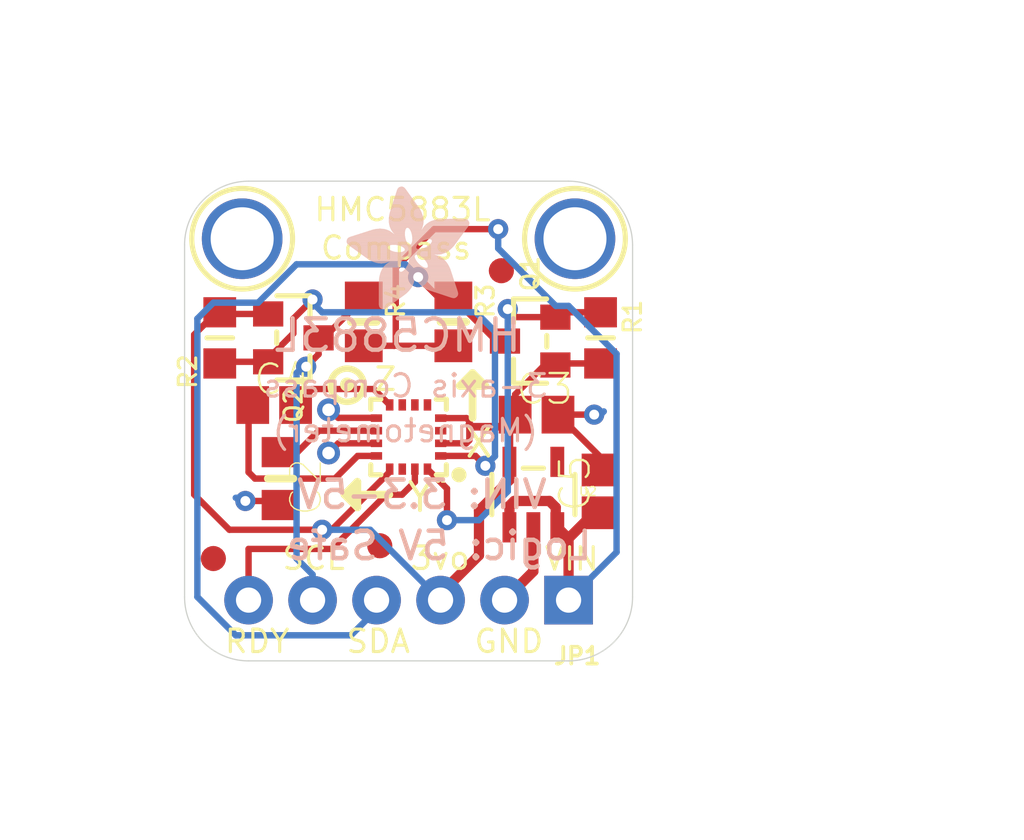
<source format=kicad_pcb>
(kicad_pcb (version 20211014) (generator pcbnew)
  (layers (0 "F.Cu" signal) (31 "B.Cu" signal) (34 "B.Paste" user) (35 "F.Paste" user) (36 "B.SilkS" user "B.Silkscreen") (37 "F.SilkS" user "F.Silkscreen") (38 "B.Mask" user) (39 "F.Mask" user) (44 "Edge.Cuts" user))
  (net 0 "")
  (net 1 "N$1")
  (net 2 "N$2")
  (net 3 "N$3")
  (net 4 "GND")
  (net 5 "DRDY")
  (net 6 "SDA_3.3V")
  (net 7 "SCL_3.3V")
  (net 8 "3.3V")
  (net 9 "SDA_5.0V")
  (net 10 "SCL_5.0V")
  (net 11 "VIN")
  (footprint "boardEagle:0805_10MGAP" (layer "F.Cu") (at 143.4211 107.2896 -90)
    (fp_text reference "C2" (at -0.889 -1.016 90) (layer "F.SilkS") (effects (font (size 1.21668 1.21668) (thickness 0.05332)) (justify right)))
    (fp_text value "4.7uF")
    (pad "1" smd rect (at -1.05 0 270) (size 1.2 1.5) (layers "F.Cu" "F.Paste" "F.Mask") (net 3 "N$3"))
    (pad "2" smd rect (at 1.05 0 270) (size 1.2 1.5) (layers "F.Cu" "F.Paste" "F.Mask") (net 4 "GND"))
  )
  (footprint "boardEagle:FIDUCIAL_1MM" (layer "F.Cu") (at 140.7541 110.4646)
    (fp_text reference "U$10" hide)
    (fp_text value "FIDUCIAL" hide)
    (pad "1" smd roundrect (at 0 0) (size 1 1) (layers "F.Cu") (roundrect_rratio 0.5))
  )
  (footprint "boardEagle:MOUNTINGHOLE_2.5_PLATED" (layer "F.Cu") (at 155.1051 97.7646)
    (fp_text reference "U$9" hide)
    (fp_text value "MOUNTINGHOLE2.5" hide)
    (pad "P$1" thru_hole circle (at 0 0) (size 3.2 3.2) (drill 2.5) (layers *.Cu *.Mask))
  )
  (footprint "boardEagle:SOT23-5" (layer "F.Cu") (at 153.4541 107.9246)
    (fp_text reference "U2" (at 1.778 -0.127) (layer "F.SilkS") (effects (font (size 0.35308 0.35308) (thickness 0.05332)) (justify left)))
    (fp_text value "MIC5225-3.3V")
    (pad "1" smd rect (at -0.95 1.3001) (size 0.55 1.2) (layers "F.Cu" "F.Paste" "F.Mask") (net 11 "VIN"))
    (pad "2" smd rect (at 0 1.3001) (size 0.55 1.2) (layers "F.Cu" "F.Paste" "F.Mask") (net 4 "GND"))
    (pad "3" smd rect (at 0.95 1.3001) (size 0.55 1.2) (layers "F.Cu" "F.Paste" "F.Mask") (net 11 "VIN"))
    (pad "4" smd rect (at 0.95 -1.3001) (size 0.55 1.2) (layers "F.Cu" "F.Paste" "F.Mask"))
    (pad "5" smd rect (at -0.95 -1.3001) (size 0.55 1.2) (layers "F.Cu" "F.Paste" "F.Mask") (net 8 "3.3V"))
  )
  (footprint "boardEagle:SOT23-WIDE" (layer "F.Cu") (at 153.3271 101.8286 90)
    (fp_text reference "Q1" (at 1.905 0 90) (layer "F.SilkS") (effects (font (size 0.692831 0.692831) (thickness 0.119969)) (justify left)))
    (fp_text value "BSS138")
    (pad "1" smd rect (at -0.95 1 90) (size 1 1.2) (layers "F.Cu" "F.Paste" "F.Mask") (net 8 "3.3V"))
    (pad "2" smd rect (at 0.95 1 90) (size 1 1.2) (layers "F.Cu" "F.Paste" "F.Mask") (net 6 "SDA_3.3V"))
    (pad "3" smd rect (at 0 -1 90) (size 1 1.2) (layers "F.Cu" "F.Paste" "F.Mask") (net 9 "SDA_5.0V"))
  )
  (footprint "boardEagle:1X06_ROUND_76" (layer "F.Cu") (at 148.5011 112.1156 180)
    (fp_text reference "JP1" (at -7.6962 -1.8288 180) (layer "F.SilkS") (effects (font (size 0.666496 0.666496) (thickness 0.146304)) (justify right top)))
    (fp_text value "")
    (pad "1" thru_hole rect (at -6.35 0 270) (size 1.9304 1.9304) (drill 1) (layers *.Cu *.Mask) (net 11 "VIN"))
    (pad "2" thru_hole circle (at -3.81 0 270) (size 1.9304 1.9304) (drill 1) (layers *.Cu *.Mask) (net 4 "GND"))
    (pad "3" thru_hole circle (at -1.27 0 270) (size 1.9304 1.9304) (drill 1) (layers *.Cu *.Mask) (net 8 "3.3V"))
    (pad "4" thru_hole circle (at 1.27 0 270) (size 1.9304 1.9304) (drill 1) (layers *.Cu *.Mask) (net 9 "SDA_5.0V"))
    (pad "5" thru_hole circle (at 3.81 0 270) (size 1.9304 1.9304) (drill 1) (layers *.Cu *.Mask) (net 10 "SCL_5.0V"))
    (pad "6" thru_hole circle (at 6.35 0 270) (size 1.9304 1.9304) (drill 1) (layers *.Cu *.Mask) (net 5 "DRDY"))
  )
  (footprint "boardEagle:C0805" (layer "F.Cu") (at 153.5811 104.7496)
    (fp_text reference "C3" (at -0.889 -1.016) (layer "F.SilkS") (effects (font (size 1.176528 1.176528) (thickness 0.093472)) (justify left)))
    (fp_text value "10uF")
    (pad "1" smd rect (at -0.85 0) (size 1.3 1.5) (layers "F.Cu" "F.Paste" "F.Mask") (net 8 "3.3V"))
    (pad "2" smd rect (at 0.85 0) (size 1.3 1.5) (layers "F.Cu" "F.Paste" "F.Mask") (net 4 "GND"))
  )
  (footprint "boardEagle:SOT23-WIDE" (layer "F.Cu") (at 143.9291 101.7016 -90)
    (fp_text reference "Q2" (at 1.905 0 90) (layer "F.SilkS") (effects (font (size 0.692831 0.692831) (thickness 0.119969)) (justify right)))
    (fp_text value "BSS138")
    (pad "1" smd rect (at -0.95 1 270) (size 1 1.2) (layers "F.Cu" "F.Paste" "F.Mask") (net 8 "3.3V"))
    (pad "2" smd rect (at 0.95 1 270) (size 1 1.2) (layers "F.Cu" "F.Paste" "F.Mask") (net 7 "SCL_3.3V"))
    (pad "3" smd rect (at 0 -1 270) (size 1 1.2) (layers "F.Cu" "F.Paste" "F.Mask") (net 10 "SCL_5.0V"))
  )
  (footprint "boardEagle:FIDUCIAL_1MM" (layer "F.Cu") (at 147.3581 109.9566)
    (fp_text reference "U$12" hide)
    (fp_text value "FIDUCIAL" hide)
    (pad "1" smd roundrect (at 0 0) (size 1 1) (layers "F.Cu") (roundrect_rratio 0.5))
  )
  (footprint "boardEagle:FIDUCIAL_1MM" (layer "F.Cu") (at 152.1841 99.0346)
    (fp_text reference "U$11" hide)
    (fp_text value "FIDUCIAL" hide)
    (pad "1" smd roundrect (at 0 0) (size 1 1) (layers "F.Cu") (roundrect_rratio 0.5))
  )
  (footprint "boardEagle:HMC5883L" (layer "F.Cu") (at 148.5011 105.6386 180)
    (fp_text reference "U1" (at -1.5 -1.7) (layer "F.SilkS") (effects (font (size 0.20068 0.20068) (thickness 0.05332)) (justify right)))
    (fp_text value "HMC5883L-T")
    (pad "1" smd rect (at -1.275 -0.75 180) (size 0.45 0.3) (layers "F.Cu" "F.Paste") (net 7 "SCL_3.3V"))
    (pad "2" smd rect (at -1.275 -0.25 180) (size 0.45 0.3) (layers "F.Cu" "F.Paste") (net 8 "3.3V"))
    (pad "3" smd rect (at -1.275 0.25 180) (size 0.45 0.3) (layers "F.Cu" "F.Paste"))
    (pad "4" smd rect (at -1.275 0.75 180) (size 0.45 0.3) (layers "F.Cu" "F.Paste") (net 8 "3.3V"))
    (pad "5" smd rect (at -0.75 1.275 270) (size 0.45 0.3) (layers "F.Cu" "F.Paste"))
    (pad "6" smd rect (at -0.25 1.275 270) (size 0.45 0.3) (layers "F.Cu" "F.Paste"))
    (pad "7" smd rect (at 0.25 1.275 270) (size 0.45 0.3) (layers "F.Cu" "F.Paste"))
    (pad "8" smd rect (at 0.75 1.275 270) (size 0.45 0.3) (layers "F.Cu" "F.Paste") (net 2 "N$2"))
    (pad "9" smd rect (at 1.275 0.75) (size 0.45 0.3) (layers "F.Cu" "F.Paste") (net 4 "GND"))
    (pad "10" smd rect (at 1.275 0.25) (size 0.45 0.3) (layers "F.Cu" "F.Paste") (net 3 "N$3"))
    (pad "11" smd rect (at 1.275 -0.25) (size 0.45 0.3) (layers "F.Cu" "F.Paste") (net 4 "GND"))
    (pad "12" smd rect (at 1.275 -0.75) (size 0.45 0.3) (layers "F.Cu" "F.Paste") (net 1 "N$1"))
    (pad "13" smd rect (at 0.75 -1.275 90) (size 0.45 0.3) (layers "F.Cu" "F.Paste") (net 8 "3.3V"))
    (pad "14" smd rect (at 0.25 -1.275 90) (size 0.45 0.3) (layers "F.Cu" "F.Paste"))
    (pad "15" smd rect (at -0.25 -1.275 90) (size 0.45 0.3) (layers "F.Cu" "F.Paste") (net 5 "DRDY"))
    (pad "16" smd rect (at -0.75 -1.275 90) (size 0.45 0.3) (layers "F.Cu" "F.Paste") (net 6 "SDA_3.3V"))
  )
  (footprint "boardEagle:_0805MP" (layer "F.Cu") (at 156.1211 101.7016 -90)
    (fp_text reference "R1" (at -1.5875 -1.27 90) (layer "F.SilkS") (effects (font (size 0.692831 0.692831) (thickness 0.119969)) (justify right)))
    (fp_text value "10K")
    (pad "1" smd rect (at -1.016 0 270) (size 1.2 1.3) (layers "F.Cu" "F.Paste" "F.Mask") (net 6 "SDA_3.3V"))
    (pad "2" smd rect (at 1.016 0 270) (size 1.2 1.3) (layers "F.Cu" "F.Paste" "F.Mask") (net 8 "3.3V"))
  )
  (footprint "boardEagle:C0805" (layer "F.Cu") (at 156.1211 107.7976 90)
    (fp_text reference "C5" (at -0.889 -1.016 90) (layer "F.SilkS") (effects (font (size 1.176528 1.176528) (thickness 0.093472)) (justify left)))
    (fp_text value "10uF")
    (pad "1" smd rect (at -0.85 0 90) (size 1.3 1.5) (layers "F.Cu" "F.Paste" "F.Mask") (net 11 "VIN"))
    (pad "2" smd rect (at 0.85 0 90) (size 1.3 1.5) (layers "F.Cu" "F.Paste" "F.Mask") (net 4 "GND"))
  )
  (footprint "boardEagle:C0805" (layer "F.Cu") (at 143.1671 104.3686)
    (fp_text reference "C4" (at -0.889 -1.016) (layer "F.SilkS") (effects (font (size 1.176528 1.176528) (thickness 0.093472)) (justify left)))
    (fp_text value "0.22uF")
    (pad "1" smd rect (at -0.85 0) (size 1.3 1.5) (layers "F.Cu" "F.Paste" "F.Mask") (net 1 "N$1"))
    (pad "2" smd rect (at 0.85 0) (size 1.3 1.5) (layers "F.Cu" "F.Paste" "F.Mask") (net 2 "N$2"))
  )
  (footprint "boardEagle:0805-NO" (layer "F.Cu") (at 150.2791 101.0666 -90)
    (fp_text reference "R3" (at -1.5875 -1.27 90) (layer "F.SilkS") (effects (font (size 0.692831 0.692831) (thickness 0.119969)) (justify right)))
    (fp_text value "10K")
    (pad "1" smd rect (at -0.95 0 270) (size 1.3 1.5) (layers "F.Cu" "F.Paste" "F.Mask") (net 9 "SDA_5.0V"))
    (pad "2" smd rect (at 0.95 0 270) (size 1.3 1.5) (layers "F.Cu" "F.Paste" "F.Mask") (net 11 "VIN"))
  )
  (footprint "boardEagle:0805-NO" (layer "F.Cu") (at 146.7231 101.0666 -90)
    (fp_text reference "R4" (at -1.5875 -1.27 90) (layer "F.SilkS") (effects (font (size 0.692831 0.692831) (thickness 0.119969)) (justify right)))
    (fp_text value "10K")
    (pad "1" smd rect (at -0.95 0 270) (size 1.3 1.5) (layers "F.Cu" "F.Paste" "F.Mask") (net 10 "SCL_5.0V"))
    (pad "2" smd rect (at 0.95 0 270) (size 1.3 1.5) (layers "F.Cu" "F.Paste" "F.Mask") (net 11 "VIN"))
  )
  (footprint "boardEagle:MOUNTINGHOLE_2.5_PLATED" (layer "F.Cu") (at 141.8971 97.7646)
    (fp_text reference "U$8" hide)
    (fp_text value "MOUNTINGHOLE2.5" hide)
    (pad "P$1" thru_hole circle (at 0 0) (size 3.2 3.2) (drill 2.5) (layers *.Cu *.Mask))
  )
  (footprint "boardEagle:_0805MP" (layer "F.Cu") (at 141.0081 101.7016 90)
    (fp_text reference "R2" (at -2.0955 -1.27 90) (layer "F.SilkS") (effects (font (size 0.692831 0.692831) (thickness 0.119969)) (justify left)))
    (fp_text value "10K")
    (pad "1" smd rect (at -1.016 0 90) (size 1.2 1.3) (layers "F.Cu" "F.Paste" "F.Mask") (net 7 "SCL_3.3V"))
    (pad "2" smd rect (at 1.016 0 90) (size 1.2 1.3) (layers "F.Cu" "F.Paste" "F.Mask") (net 8 "3.3V"))
  )
  (footprint "boardEagle:ADAFRUIT_5MM" (layer "B.Cu") (at 150.9141 100.5586 180)
    (fp_text reference "U$7" hide)
    (fp_text value "" hide)
  )
  (gr_line (start 151.0411 104.8766) (end 151.0411 103.0986) (layer "F.SilkS") (width 0.3048))
  (gr_line (start 147.7391 107.9246) (end 145.9611 107.9246) (layer "F.SilkS") (width 0.3048))
  (gr_line (start 145.9611 107.9246) (end 146.4691 107.4166) (layer "F.SilkS") (width 0.3048))
  (gr_line (start 150.5331 103.6066) (end 151.5491 103.6066) (layer "F.SilkS") (width 0.3048))
  (gr_line (start 146.4691 107.4166) (end 146.4691 108.4326) (layer "F.SilkS") (width 0.3048))
  (gr_circle (center 146.0627 103.5812) (end 146.7231 103.5812) (layer "F.SilkS") (width 0.254) (fill none))
  (gr_line (start 151.0411 103.0986) (end 150.5331 103.6066) (layer "F.SilkS") (width 0.3048))
  (gr_circle (center 146.0627 103.5558) (end 146.0881 103.5558) (layer "F.SilkS") (width 0.254) (fill none))
  (gr_line (start 146.4691 108.4326) (end 145.9611 107.9246) (layer "F.SilkS") (width 0.3048))
  (gr_line (start 151.5491 103.6066) (end 151.0411 103.0986) (layer "F.SilkS") (width 0.3048))
  (gr_arc (start 157.3911 111.9886) (mid 156.647151 113.784651) (end 154.8511 114.5286) (layer "Edge.Cuts") (width 0.05))
  (gr_arc (start 154.8511 95.4786) (mid 156.647151 96.222549) (end 157.3911 98.0186) (layer "Edge.Cuts") (width 0.05))
  (gr_line (start 142.1511 95.4786) (end 154.8511 95.4786) (layer "Edge.Cuts") (width 0.05))
  (gr_line (start 154.8511 114.5286) (end 142.1511 114.5286) (layer "Edge.Cuts") (width 0.05))
  (gr_arc (start 142.1511 114.5286) (mid 140.355049 113.784651) (end 139.6111 111.9886) (layer "Edge.Cuts") (width 0.05))
  (gr_line (start 139.6111 111.9886) (end 139.6111 98.0186) (layer "Edge.Cuts") (width 0.05))
  (gr_line (start 157.3911 98.0186) (end 157.3911 111.9886) (layer "Edge.Cuts") (width 0.05))
  (gr_arc (start 139.6111 98.0186) (mid 140.355049 96.222549) (end 142.1511 95.4786) (layer "Edge.Cuts") (width 0.05))
  (gr_text "Logic: 5V Safe" (at 155.8671 110.5916) (layer "B.SilkS") (effects (font (size 1.0922 1.0922) (thickness 0.1778)) (justify left bottom mirror)))
  (gr_text "VIN: 3.3-5V" (at 154.0891 108.5596) (layer "B.SilkS") (effects (font (size 1.0922 1.0922) (thickness 0.1778)) (justify left bottom mirror)))
  (gr_text "(Magnetometer)" (at 148.3741 105.3846) (layer "B.SilkS") (effects (font (size 0.89408 0.89408) (thickness 0.12192)) (justify mirror)))
  (gr_text "3-axis Compass" (at 148.3741 103.6066) (layer "B.SilkS") (effects (font (size 0.89408 0.89408) (thickness 0.12192)) (justify mirror)))
  (gr_text "HMC5883L" (at 153.0731 102.3366) (layer "B.SilkS") (effects (font (size 1.251712 1.251712) (thickness 0.170688)) (justify left bottom mirror)))
  (gr_text "RDY" (at 141.1351 114.2746) (layer "F.SilkS") (effects (font (size 0.89408 0.89408) (thickness 0.12192)) (justify left bottom)))
  (gr_text "Y" (at 148.3741 108.6866) (layer "F.SilkS") (effects (font (size 1.1176 1.1176) (thickness 0.1524)) (justify left bottom)))
  (gr_text "Z" (at 148.0947 102.8192) (layer "F.SilkS") (effects (font (size 0.89408 0.89408) (thickness 0.12192)) (justify right top)))
  (gr_text "HMC5883L" (at 144.6911 97.1296) (layer "F.SilkS") (effects (font (size 0.89408 0.89408) (thickness 0.12192)) (justify left bottom)))
  (gr_text "GND" (at 151.0411 114.2746) (layer "F.SilkS") (effects (font (size 0.89408 0.89408) (thickness 0.12192)) (justify left bottom)))
  (gr_text "SCL" (at 143.4211 110.9726) (layer "F.SilkS") (effects (font (size 0.89408 0.89408) (thickness 0.12192)) (justify left bottom)))
  (gr_text "Compass" (at 144.9451 98.6536) (layer "F.SilkS") (effects (font (size 0.89408 0.89408) (thickness 0.12192)) (justify left bottom)))
  (gr_text "X" (at 150.6601 106.5276) (layer "F.SilkS") (effects (font (size 1.1176 1.1176) (thickness 0.1524)) (justify left bottom)))
  (gr_text "SDA" (at 145.9611 114.2746) (layer "F.SilkS") (effects (font (size 0.89408 0.89408) (thickness 0.12192)) (justify left bottom)))
  (gr_text "3vo" (at 148.5011 110.9726) (layer "F.SilkS") (effects (font (size 0.89408 0.89408) (thickness 0.12192)) (justify left bottom)))
  (gr_text "VIN" (at 156.1211 109.9566) (layer "F.SilkS") (effects (font (size 0.89408 0.89408) (thickness 0.12192)) (justify right top)))
  (segment (start 142.4051 107.2896) (end 142.1511 107.0356) (width 0.254) (layer "F.Cu") (net 1))
  (segment (start 145.5801 107.2896) (end 142.4051 107.2896) (width 0.254) (layer "F.Cu") (net 1))
  (segment (start 147.2261 106.3886) (end 146.4811 106.3886) (width 0.254) (layer "F.Cu") (net 1))
  (segment (start 146.4811 106.3886) (end 145.5801 107.2896) (width 0.254) (layer "F.Cu") (net 1))
  (segment (start 142.1511 107.0356) (end 142.1511 104.5346) (width 0.254) (layer "F.Cu") (net 1))
  (segment (start 142.1511 104.5346) (end 142.3171 104.3686) (width 0.254) (layer "F.Cu") (net 1))
  (segment (start 144.6911 103.7336) (end 144.0561 104.3686) (width 0.254) (layer "F.Cu") (net 2))
  (segment (start 147.7511 104.3636) (end 147.1211 103.7336) (width 0.254) (layer "F.Cu") (net 2))
  (segment (start 147.1211 103.7336) (end 144.6911 103.7336) (width 0.254) (layer "F.Cu") (net 2))
  (segment (start 144.0561 104.3686) (end 144.0171 104.3686) (width 0.254) (layer "F.Cu") (net 2))
  (segment (start 144.9411 105.3886) (end 144.0901 106.2396) (width 0.254) (layer "F.Cu") (net 3))
  (segment (start 144.0901 106.2396) (end 143.4211 106.2396) (width 0.254) (layer "F.Cu") (net 3))
  (segment (start 147.2261 105.3886) (end 144.9411 105.3886) (width 0.254) (layer "F.Cu") (net 3))
  (segment (start 154.4311 104.7496) (end 155.8671 104.7496) (width 0.254) (layer "F.Cu") (net 4))
  (segment (start 156.1211 106.9476) (end 156.1211 106.4396) (width 0.254) (layer "F.Cu") (net 4))
  (segment (start 143.2601 108.1786) (end 143.4211 108.3396) (width 0.254) (layer "F.Cu") (net 4))
  (segment (start 153.4541 110.9726) (end 152.3111 112.1156) (width 0.4064) (layer "F.Cu") (net 4))
  (segment (start 142.0241 108.1786) (end 143.2601 108.1786) (width 0.254) (layer "F.Cu") (net 4))
  (segment (start 156.1211 106.4396) (end 154.4311 104.7496) (width 0.254) (layer "F.Cu") (net 4))
  (segment (start 153.4541 109.2247) (end 153.4541 110.9726) (width 0.4064) (layer "F.Cu") (net 4))
  (segment (start 147.2261 105.8886) (end 145.7111 105.8886) (width 0.254) (layer "F.Cu") (net 4))
  (segment (start 145.3261 104.5591) (end 145.3896 104.5591) (width 0.254) (layer "F.Cu") (net 4))
  (segment (start 147.2141 104.8766) (end 145.7071 104.8766) (width 0.254) (layer "F.Cu") (net 4))
  (segment (start 145.3896 104.5591) (end 145.7071 104.8766) (width 0.254) (layer "F.Cu") (net 4))
  (segment (start 145.7111 105.8886) (end 145.3261 106.2736) (width 0.254) (layer "F.Cu") (net 4))
  (segment (start 147.2261 104.8886) (end 147.2141 104.8766) (width 0.254) (layer "F.Cu") (net 4))
  (via (at 145.3261 104.5591) (size 0.9064) (drill 0.5) (layers "F.Cu" "B.Cu") (net 4))
  (via (at 145.3261 106.2736) (size 0.9064) (drill 0.5) (layers "F.Cu" "B.Cu") (net 4))
  (via (at 155.8671 104.7496) (size 0.8001) (drill 0.3937) (layers "F.Cu" "B.Cu") (net 4))
  (via (at 142.0241 108.1786) (size 0.8001) (drill 0.3937) (layers "F.Cu" "B.Cu") (net 4))
  (segment (start 156.1211 104.7496) (end 156.2481 104.6226) (width 0.254) (layer "B.Cu") (net 4))
  (segment (start 155.8671 104.7496) (end 156.1211 104.7496) (width 0.254) (layer "B.Cu") (net 4))
  (segment (start 142.0241 108.1786) (end 142.0241 108.0516) (width 0.254) (layer "B.Cu") (net 4))
  (segment (start 142.0241 108.0516) (end 141.6431 108.0516) (width 0.254) (layer "B.Cu") (net 4))
  (segment (start 142.1511 110.0836) (end 142.1511 112.1156) (width 0.254) (layer "F.Cu") (net 5))
  (segment (start 148.7511 106.9136) (end 148.7511 107.4206) (width 0.254) (layer "F.Cu") (net 5))
  (segment (start 148.7511 107.4206) (end 148.2431 107.9286) (width 0.254) (layer "F.Cu") (net 5))
  (segment (start 145.4531 110.0836) (end 142.1511 110.0836) (width 0.254) (layer "F.Cu") (net 5))
  (segment (start 147.6081 107.9286) (end 145.4531 110.0836) (width 0.254) (layer "F.Cu") (net 5))
  (segment (start 148.2431 107.9286) (end 147.6081 107.9286) (width 0.254) (layer "F.Cu") (net 5))
  (segment (start 154.3271 100.8786) (end 154.5201 100.6856) (width 0.254) (layer "F.Cu") (net 6))
  (segment (start 152.7581 100.8786) (end 154.3271 100.8786) (width 0.254) (layer "F.Cu") (net 6))
  (segment (start 149.2511 106.9136) (end 150.0251 107.6876) (width 0.254) (layer "F.Cu") (net 6))
  (segment (start 150.0251 107.6876) (end 150.0251 108.9406) (width 0.254) (layer "F.Cu") (net 6))
  (segment (start 152.4381 100.5586) (end 152.7581 100.8786) (width 0.254) (layer "F.Cu") (net 6))
  (segment (start 154.5201 100.6856) (end 156.1211 100.6856) (width 0.254) (layer "F.Cu") (net 6))
  (via (at 152.4381 100.5586) (size 0.8001) (drill 0.3937) (layers "F.Cu" "B.Cu") (net 6))
  (via (at 150.0251 108.9406) (size 0.8001) (drill 0.3937) (layers "F.Cu" "B.Cu") (net 6))
  (segment (start 152.4381 107.7976) (end 151.2951 108.9406) (width 0.254) (layer "B.Cu") (net 6))
  (segment (start 152.4381 107.7976) (end 152.4381 100.5586) (width 0.254) (layer "B.Cu") (net 6))
  (segment (start 151.2951 108.9406) (end 150.0251 108.9406) (width 0.254) (layer "B.Cu") (net 6))
  (segment (start 143.9291 101.5246) (end 142.9291 102.5246) (width 0.254) (layer "F.Cu") (net 7))
  (segment (start 143.9291 101.5246) (end 143.9291 100.9396) (width 0.254) (layer "F.Cu") (net 7))
  (segment (start 151.5491 106.7816) (end 151.1561 106.3886) (width 0.254) (layer "F.Cu") (net 7))
  (segment (start 151.1561 106.3886) (end 149.7761 106.3886) (width 0.254) (layer "F.Cu") (net 7))
  (segment (start 141.0081 102.7176) (end 141.0741 102.6516) (width 0.254) (layer "F.Cu") (net 7))
  (segment (start 142.9291 102.5246) (end 142.9291 102.6516) (width 0.254) (layer "F.Cu") (net 7))
  (segment (start 141.0741 102.6516) (end 142.9291 102.6516) (width 0.254) (layer "F.Cu") (net 7))
  (segment (start 143.9291 100.9396) (end 144.6911 100.1776) (width 0.254) (layer "F.Cu") (net 7))
  (via (at 151.5491 106.7816) (size 0.8001) (drill 0.3937) (layers "F.Cu" "B.Cu") (net 7))
  (via (at 144.6911 100.1776) (size 0.8001) (drill 0.3937) (layers "F.Cu" "B.Cu") (net 7))
  (segment (start 151.9301 106.4006) (end 151.5491 106.7816) (width 0.254) (layer "B.Cu") (net 7))
  (segment (start 145.0721 100.6856) (end 144.6911 100.3046) (width 0.254) (layer "B.Cu") (net 7))
  (segment (start 145.0721 100.6856) (end 151.1681 100.6856) (width 0.254) (layer "B.Cu") (net 7))
  (segment (start 151.9301 101.4476) (end 151.9301 106.4006) (width 0.254) (layer "B.Cu") (net 7))
  (segment (start 144.6911 100.3046) (end 144.6911 100.1776) (width 0.254) (layer "B.Cu") (net 7))
  (segment (start 151.1681 100.6856) (end 151.9301 101.4476) (width 0.254) (layer "B.Cu") (net 7))
  (segment (start 153.8351 102.8446) (end 154.2611 102.8446) (width 0.254) (layer "F.Cu") (net 8))
  (segment (start 150.7911 105.8886) (end 150.9141 105.7656) (width 0.254) (layer "F.Cu") (net 8))
  (segment (start 154.3881 102.7176) (end 156.1211 102.7176) (width 0.254) (layer "F.Cu") (net 8))
  (segment (start 154.3271 102.7786) (end 154.3881 102.7176) (width 0.254) (layer "F.Cu") (net 8))
  (segment (start 151.2951 110.3376) (end 149.7711 111.8616) (width 0.4064) (layer "F.Cu") (net 8))
  (segment (start 147.7511 107.0236) (end 145.4531 109.3216) (width 0.254) (layer "F.Cu") (net 8))
  (segment (start 150.9141 105.1306) (end 150.9141 105.0036) (width 0.254) (layer "F.Cu") (net 8))
  (segment (start 152.7311 103.9486) (end 153.8351 102.8446) (width 0.254) (layer "F.Cu") (net 8))
  (segment (start 152.5041 106.6245) (end 152.5041 107.3506) (width 0.4064) (layer "F.Cu") (net 8))
  (segment (start 152.5041 104.9766) (end 152.7311 104.7496) (width 0.254) (layer "F.Cu") (net 8))
  (segment (start 149.7711 111.8616) (end 149.7711 112.1156) (width 0.4064) (layer "F.Cu") (net 8))
  (segment (start 141.3891 109.3216) (end 145.0721 109.3216) (width 0.254) (layer "F.Cu") (net 8))
  (segment (start 150.7991 104.8886) (end 149.7761 104.8886) (width 0.254) (layer "F.Cu") (net 8))
  (segment (start 152.5041 105.2306) (end 152.5041 104.9766) (width 0.254) (layer "F.Cu") (net 8))
  (segment (start 151.0141 105.2306) (end 150.9141 105.1306) (width 0.3048) (layer "F.Cu") (net 8))
  (segment (start 152.5041 107.3506) (end 151.2951 108.5596) (width 0.4064) (layer "F.Cu") (net 8))
  (segment (start 149.7761 105.8886) (end 150.7911 105.8886) (width 0.254) (layer "F.Cu") (net 8))
  (segment (start 152.5041 106.6245) (end 152.5041 105.2306) (width 0.3048) (layer "F.Cu") (net 8))
  (segment (start 141.0741 100.7516) (end 142.9291 100.7516) (width 0.254) (layer "F.Cu") (net 8))
  (segment (start 151.2951 108.5596) (end 151.2951 110.3376) (width 0.4064) (layer "F.Cu") (net 8))
  (segment (start 154.2611 102.8446) (end 154.3271 102.7786) (width 0.254) (layer "F.Cu") (net 8))
  (segment (start 150.7991 104.8886) (end 150.9141 105.0036) (width 0.254) (layer "F.Cu") (net 8))
  (segment (start 139.9921 101.5746) (end 140.8811 100.6856) (width 0.254) (layer "F.Cu") (net 8))
  (segment (start 152.5041 105.2306) (end 151.0141 105.2306) (width 0.3048) (layer "F.Cu") (net 8))
  (segment (start 139.9921 107.9246) (end 141.3891 109.3216) (width 0.254) (layer "F.Cu") (net 8))
  (segment (start 147.7511 106.9136) (end 147.7511 107.0236) (width 0.254) (layer "F.Cu") (net 8))
  (segment (start 150.9141 105.7656) (end 150.9141 105.1306) (width 0.254) (layer "F.Cu") (net 8))
  (segment (start 145.4531 109.3216) (end 145.0721 109.3216) (width 0.254) (layer "F.Cu") (net 8))
  (segment (start 152.7311 104.7496) (end 152.7311 103.9486) (width 0.254) (layer "F.Cu") (net 8))
  (segment (start 140.8811 100.6856) (end 141.0081 100.6856) (width 0.254) (layer "F.Cu") (net 8))
  (segment (start 139.9921 101.5746) (end 139.9921 107.9246) (width 0.254) (layer "F.Cu") (net 8))
  (segment (start 141.0081 100.6856) (end 141.0741 100.7516) (width 0.254) (layer "F.Cu") (net 8))
  (via (at 145.0721 109.3216) (size 0.8001) (drill 0.3937) (layers "F.Cu" "B.Cu") (net 8))
  (segment (start 145.0721 109.3216) (end 146.9771 109.3216) (width 0.254) (layer "B.Cu") (net 8))
  (segment (start 146.9771 109.3216) (end 149.7711 112.1156) (width 0.254) (layer "B.Cu") (net 8))
  (segment (start 152.3271 101.8286) (end 151.9911 101.8286) (width 0.254) (layer "F.Cu") (net 9))
  (segment (start 150.2131 100.0506) (end 150.2791 100.1166) (width 0.254) (layer "F.Cu") (net 9))
  (segment (start 149.6441 100.0506) (end 150.2131 100.0506) (width 0.254) (layer "F.Cu") (net 9))
  (segment (start 148.8821 99.2886) (end 149.6441 100.0506) (width 0.254) (layer "F.Cu") (net 9))
  (segment (start 151.9911 101.8286) (end 150.2791 100.1166) (width 0.254) (layer "F.Cu") (net 9))
  (via (at 148.8821 99.2886) (size 0.8001) (drill 0.3937) (layers "F.Cu" "B.Cu") (net 9))
  (segment (start 141.6431 113.5126) (end 140.1191 111.9886) (width 0.254) (layer "B.Cu") (net 9))
  (segment (start 142.5321 100.3046) (end 144.0561 98.7806) (width 0.254) (layer "B.Cu") (net 9))
  (segment (start 147.2311 112.1156) (end 147.2311 112.4966) (width 0.254) (layer "B.Cu") (net 9))
  (segment (start 144.0561 98.7806) (end 148.3741 98.7806) (width 0.254) (layer "B.Cu") (net 9))
  (segment (start 147.2311 112.4966) (end 146.2151 113.5126) (width 0.254) (layer "B.Cu") (net 9))
  (segment (start 146.2151 113.5126) (end 141.6431 113.5126) (width 0.254) (layer "B.Cu") (net 9))
  (segment (start 148.3741 98.7806) (end 148.8821 99.2886) (width 0.254) (layer "B.Cu") (net 9))
  (segment (start 140.1191 111.9886) (end 140.1191 100.9396) (width 0.254) (layer "B.Cu") (net 9))
  (segment (start 140.1191 100.9396) (end 140.7541 100.3046) (width 0.254) (layer "B.Cu") (net 9))
  (segment (start 140.7541 100.3046) (end 142.5321 100.3046) (width 0.254) (layer "B.Cu") (net 9))
  (segment (start 144.9291 102.3526) (end 144.4371 102.8446) (width 0.254) (layer "F.Cu") (net 10))
  (segment (start 145.1381 101.7016) (end 146.7231 100.1166) (width 0.254) (layer "F.Cu") (net 10))
  (segment (start 144.9291 101.7016) (end 145.1381 101.7016) (width 0.254) (layer "F.Cu") (net 10))
  (segment (start 144.9291 101.7016) (end 144.9291 102.3526) (width 0.254) (layer "F.Cu") (net 10))
  (via (at 144.4371 102.8446) (size 0.8001) (drill 0.3937) (layers "F.Cu" "B.Cu") (net 10))
  (segment (start 144.0561 103.0986) (end 144.0561 110.4646) (width 0.254) (layer "B.Cu") (net 10))
  (segment (start 144.3101 102.8446) (end 144.4371 102.8446) (width 0.254) (layer "B.Cu") (net 10))
  (segment (start 144.0561 110.4646) (end 144.6911 111.0996) (width 0.254) (layer "B.Cu") (net 10))
  (segment (start 144.0561 103.0986) (end 144.3101 102.8446) (width 0.254) (layer "B.Cu") (net 10))
  (segment (start 144.6911 111.0996) (end 144.6911 112.1156) (width 0.254) (layer "B.Cu") (net 10))
  (segment (start 152.6921 108.1786) (end 154.0891 108.1786) (width 0.4064) (layer "F.Cu") (net 11))
  (segment (start 147.9931 98.9076) (end 149.5171 97.3836) (width 0.254) (layer "F.Cu") (net 11))
  (segment (start 154.8511 109.6636) (end 155.8671 108.6476) (width 0.4064) (layer "F.Cu") (net 11))
  (segment (start 155.8671 108.6476) (end 155.9061 108.6476) (width 0.4064) (layer "F.Cu") (net 11))
  (segment (start 154.0891 108.1786) (end 154.3431 108.4326) (width 0.4064) (layer "F.Cu") (net 11))
  (segment (start 149.5171 97.3836) (end 152.0571 97.3836) (width 0.254) (layer "F.Cu") (net 11))
  (segment (start 147.9931 101.9556) (end 147.9931 98.9076) (width 0.254) (layer "F.Cu") (net 11))
  (segment (start 148.0541 102.0166) (end 147.9931 101.9556) (width 0.254) (layer "F.Cu") (net 11))
  (segment (start 146.7231 102.0166) (end 147.9321 102.0166) (width 0.254) (layer "F.Cu") (net 11))
  (segment (start 154.3431 109.1637) (end 154.4041 109.2247) (width 0.4064) (layer "F.Cu") (net 11))
  (segment (start 155.9061 108.6476) (end 156.1211 108.6476) (width 0.4064) (layer "F.Cu") (net 11))
  (segment (start 150.2791 102.0166) (end 148.0541 102.0166) (width 0.254) (layer "F.Cu") (net 11))
  (segment (start 154.3431 108.4326) (end 154.3431 109.1637) (width 0.4064) (layer "F.Cu") (net 11))
  (segment (start 154.8511 109.6717) (end 154.8511 112.1156) (width 0.4064) (layer "F.Cu") (net 11))
  (segment (start 155.9061 108.6476) (end 155.8671 108.6866) (width 0.4064) (layer "F.Cu") (net 11))
  (segment (start 154.8511 109.6636) (end 154.8511 109.6717) (width 0.4064) (layer "F.Cu") (net 11))
  (segment (start 152.5041 109.2247) (end 152.5041 108.3666) (width 0.4064) (layer "F.Cu") (net 11))
  (segment (start 147.9321 102.0166) (end 147.9931 101.9556) (width 0.254) (layer "F.Cu") (net 11))
  (segment (start 154.4041 109.2247) (end 154.8511 109.6717) (width 0.4064) (layer "F.Cu") (net 11))
  (segment (start 152.5041 108.3666) (end 152.6921 108.1786) (width 0.4064) (layer "F.Cu") (net 11))
  (via (at 152.0571 97.3836) (size 0.8001) (drill 0.3937) (layers "F.Cu" "B.Cu") (net 11))
  (segment (start 156.7561 102.3366) (end 156.7561 110.2106) (width 0.254) (layer "B.Cu") (net 11))
  (segment (start 154.8511 100.4316) (end 156.7561 102.3366) (width 0.254) (layer "B.Cu") (net 11))
  (segment (start 154.3431 100.4316) (end 154.8511 100.4316) (width 0.254) (layer "B.Cu") (net 11))
  (segment (start 156.7561 110.2106) (end 154.8511 112.1156) (width 0.254) (layer "B.Cu") (net 11))
  (segment (start 152.0571 97.3836) (end 152.0571 98.1456) (width 0.254) (layer "B.Cu") (net 11))
  (segment (start 152.0571 98.1456) (end 154.3431 100.4316) (width 0.254) (layer "B.Cu") (net 11))
)
</source>
